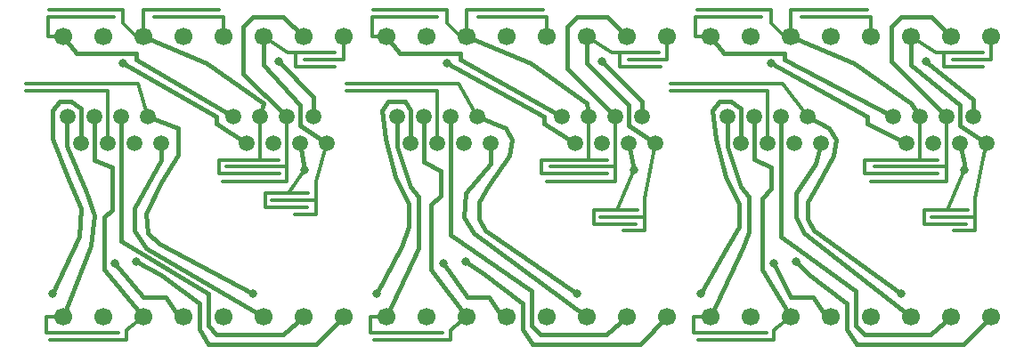
<source format=gtl>
G04 DipTrace 3.3.1.3*
G04 patch_panel_RG-45_5e_cat_24-port_Top.gtl*
%MOMM*%
G04 #@! TF.FileFunction,Copper,L1,Top*
G04 #@! TF.Part,Single*
G04 #@! TA.AperFunction,Conductor*
%ADD13C,0.3*%
%ADD14C,0.4*%
G04 #@! TA.AperFunction,ComponentPad*
%ADD15C,1.7*%
%ADD16C,1.5*%
G04 #@! TA.AperFunction,ViaPad*
%ADD17C,0.8*%
%FSLAX35Y35*%
G04*
G71*
G90*
G75*
G01*
G04 Top*
%LPD*%
X8588373Y2286000D2*
D13*
Y1874377D1*
X8069300D1*
Y1744000D1*
X8763003D1*
X8588373Y1874377D2*
X8763003D1*
X8588373Y2286000D2*
D14*
X8509000Y2413000D1*
X7969250Y2794000D1*
X7366000Y3048000D1*
D13*
Y3306747D1*
X8089353D1*
X6472933Y3305263D2*
X7175190D1*
Y3175310D1*
X7302500Y3048000D1*
X7366000D1*
X8125017Y1672000D2*
X8842373D1*
Y1809750D1*
Y2286000D1*
X8159750Y1809750D2*
X8842373D1*
Y2286000D2*
D14*
X8318500Y2809873D1*
Y3143250D1*
X8413750Y3238500D1*
X8699500D1*
X8890000Y3048000D1*
X8904897Y2826940D2*
D13*
X9271000D1*
Y3048000D1*
X9191627Y2763393D2*
X8816300D1*
Y2893203D1*
X9191647D1*
X8509000Y3048000D2*
X8741197Y2893203D1*
X8816300D1*
X8509000Y3048000D2*
D14*
Y2778127D1*
X8969373Y2397127D1*
Y2206627D1*
X9032873Y2159000D1*
X9223373Y2032000D1*
X8915160Y1200880D2*
D13*
X9119523D1*
Y1329840D1*
Y1511583D1*
X9207500Y1968500D1*
X9223373Y2032000D1*
X9119523Y1329840D2*
X8698783D1*
X8128000Y3048000D2*
Y3235700D1*
X7468557D1*
X8651873Y2809873D2*
D14*
X8667747Y2794000D1*
X9096373Y2444750D1*
Y2286000D1*
X7143750Y2032000D2*
D13*
Y2536863D1*
X6220553D1*
X9271000Y381000D2*
D14*
X9008993Y118993D1*
X7989160D1*
X7899460Y259953D1*
Y510253D1*
X7540627Y777873D1*
X7413627Y904873D1*
X5445123Y2286000D2*
D13*
Y1874377D1*
X4989550D1*
Y1744000D1*
X5619753D1*
X5445123Y1874377D2*
X5619753D1*
X5445123Y2286000D2*
D14*
X5429250Y2413000D1*
X4889500Y2794000D1*
X4286250Y3048000D1*
D13*
Y3306747D1*
X5009603D1*
X3393183Y3305263D2*
X4095440D1*
Y3175310D1*
X4222750Y3048000D1*
X4286250D1*
X9033813Y1266890D2*
X8636000D1*
Y1397000D1*
X8858250D1*
X9017000Y1778000D1*
D14*
Y1841500D1*
X8969373Y2032000D1*
X8858250Y1397000D2*
D13*
X9048750D1*
X6604000Y3048000D2*
X6460863D1*
Y3236620D1*
X7085163D1*
X6604000Y3048000D2*
D14*
X6731000Y2889250D1*
X7302500D1*
Y2825750D1*
X8334373Y2286000D1*
X8461373Y2032000D2*
X8096250Y2222500D1*
Y2286000D1*
X7175500Y2794000D1*
X6222993Y2603500D2*
D13*
X7287967D1*
X7524750Y2286000D1*
D14*
X7731127Y2174873D1*
X7794627Y2063750D1*
X7769013Y1914230D1*
X7620000Y1635127D1*
X7524750Y1476373D1*
Y1317627D1*
X7588250Y1206500D1*
X8413750Y603250D1*
X7651750Y2032000D2*
X7604127Y1841500D1*
X7413623Y1555750D1*
X7413627Y1333500D1*
X7493000Y1174750D1*
X8509000Y381000D1*
X8890000D2*
X8694727Y215770D1*
X8064737D1*
X7983260Y297247D1*
Y627550D1*
X7270750Y1143000D1*
Y2286000D1*
X5045267Y1672000D2*
D13*
X5699123D1*
Y1809750D1*
Y2286000D1*
X5080000Y1809750D2*
X5699123D1*
Y2286000D2*
D14*
X5238750Y2746373D1*
Y3143250D1*
X5334000Y3238500D1*
X5619750D1*
X5810250Y3048000D1*
X7747000Y381000D2*
X7703267D1*
X7576267Y570887D1*
X7366347D1*
X7207250Y889000D1*
X6604000Y381000D2*
D13*
X6445250D1*
Y228307D1*
X7133530D1*
X6762750Y2286000D2*
D14*
Y2000250D1*
X6889750Y1619250D1*
X6969127Y1524000D1*
X6969123Y1190623D1*
X6905627Y1031873D1*
X6604000Y381000D1*
X6480037Y161060D2*
D13*
X7207250D1*
Y254000D1*
X7366000Y381000D1*
X7016750Y2286000D2*
D14*
Y1884297D1*
X7179053Y1804630D1*
Y1598253D1*
X7089937Y1509137D1*
Y828780D1*
X7366000Y381000D1*
X6889750Y2032000D2*
Y2365377D1*
X6794500Y2428877D1*
X6683377D1*
X6619873Y2349500D1*
X6651627Y2079627D1*
X6746873Y1714500D1*
X6873873Y1460500D1*
Y1238250D1*
X6762750Y1047750D1*
X6508750Y603250D1*
X5825147Y2826940D2*
D13*
X6191250D1*
Y3048000D1*
X6127753Y2763393D2*
X5736550D1*
Y2893203D1*
X6111897D1*
X5429250Y3048000D2*
X5661447Y2893203D1*
X5736550D1*
X5429250Y3048000D2*
D14*
Y2794000D1*
X5826123Y2397127D1*
Y2206627D1*
X6080123Y2032000D1*
X5771910Y1200880D2*
D13*
X5976273D1*
Y1329840D1*
Y1511583D1*
X6080123Y2032000D1*
X5976273Y1329840D2*
X5555533D1*
X5048250Y3048000D2*
Y3235700D1*
X4388807D1*
X5572123Y2809873D2*
D14*
X5953123Y2428873D1*
Y2286000D1*
X4000500Y2032000D2*
D13*
Y2536863D1*
X3140803D1*
X6191250Y381000D2*
D14*
X5929243Y118993D1*
X4909410D1*
X4819710Y259953D1*
Y510253D1*
X4460877Y777873D1*
X4270377Y904873D1*
X5890563Y1266890D2*
D13*
X5492750D1*
Y1397000D1*
X5715000D1*
X5873750Y1778000D1*
D14*
X5826123Y2032000D1*
X5715000Y1397000D2*
D13*
X5905500D1*
X3524250Y3048000D2*
X3381113D1*
Y3236620D1*
X4005413D1*
X3524250Y3048000D2*
D14*
X3651250Y2889250D1*
X4222750D1*
Y2825750D1*
X5191123Y2286000D1*
X5318123Y2032000D2*
X5016500Y2222500D1*
Y2286000D1*
X4095750Y2794000D1*
X3143243Y2603500D2*
D13*
X4208217D1*
X4381500Y2286000D1*
D14*
X4651377Y2174873D1*
X4714877Y2063750D1*
X4689263Y1914230D1*
X4492627Y1635127D1*
X4397377Y1476373D1*
Y1317627D1*
X4460877Y1206500D1*
X5334000Y603250D1*
X4508500Y2032000D2*
Y1841500D1*
X4270373Y1555750D1*
X4254503Y1333500D1*
X4349750Y1174750D1*
X5429250Y381000D1*
X5810250D2*
X5614977Y215770D1*
X4984987D1*
X4903510Y297247D1*
Y627550D1*
X4127500Y1158877D1*
Y2286000D1*
X4667250Y381000D2*
X4623517D1*
X4496517Y570887D1*
X4286597D1*
X4064000Y889000D1*
X3524250Y381000D2*
D13*
X3365500D1*
Y228307D1*
X4053780D1*
X3619500Y2286000D2*
D14*
Y2000250D1*
X3746500Y1619250D1*
X3825877Y1524000D1*
X3825873Y1190623D1*
X3825877Y1031873D1*
X3524250Y381000D1*
X3400287Y161060D2*
D13*
X4127500D1*
Y254000D1*
X4286250Y381000D1*
X3873500Y2286000D2*
D14*
Y1857377D1*
X4035803Y1772880D1*
Y1534753D1*
X3946687Y1445637D1*
Y828780D1*
X4286250Y381000D1*
X3746500Y2032000D2*
Y2349500D1*
X3698877Y2428877D1*
X3540127D1*
X3476623Y2349500D1*
X3508377Y2079627D1*
X3603623Y1714500D1*
X3730623Y1460500D1*
Y1238250D1*
X3667127Y1047750D1*
X3429000Y603250D1*
X2316873Y2286000D2*
D13*
Y1874377D1*
X1925677D1*
Y1744000D1*
X2508253D1*
X2316873Y1874377D2*
X2492380D1*
X2316873Y2286000D2*
D14*
X2349500Y2413000D1*
X1809750Y2794000D1*
X1206500Y3048000D1*
D13*
Y3306747D1*
X1929853D1*
X313433Y3305263D2*
X1015690D1*
Y3175310D1*
X1143000Y3048000D1*
X1206500D1*
X1965517Y1672000D2*
X2571750D1*
Y1809750D1*
X2570873D1*
Y2286000D1*
X2000250Y1809750D2*
X2570873D1*
Y2286000D2*
D14*
X2159000Y2697873D1*
Y3143250D1*
X2254250Y3238500D1*
X2540000D1*
X2730500Y3048000D1*
X2745397Y2826940D2*
D13*
X3111500D1*
Y3048000D1*
X3032127Y2763393D2*
X2656800D1*
Y2893203D1*
X3032147D1*
X2349500Y3048000D2*
X2581697Y2893203D1*
X2656800D1*
X2349500Y3048000D2*
D14*
Y2778127D1*
X2698750Y2397127D1*
Y2206627D1*
X2951873Y2032000D1*
X2644537Y1359630D2*
D13*
X2848900D1*
Y1488590D1*
Y1670333D1*
X2951873Y2032000D1*
X2848900Y1488590D2*
X2428157D1*
X1968500Y3048000D2*
Y3235700D1*
X1309057D1*
X2492373Y2809873D2*
D14*
X2824873Y2477373D1*
Y2286000D1*
X872250Y2032000D2*
D13*
Y2536863D1*
X92803D1*
X3111500Y381000D2*
D14*
X2849493Y118993D1*
X1829660D1*
X1739960Y259953D1*
Y510253D1*
X1381127Y777873D1*
X1142127Y904873D1*
X2763187Y1425640D2*
D13*
X2365373D1*
Y1555750D1*
X2587623D1*
X2745500Y1778000D1*
D14*
X2697873Y2032000D1*
X2587623Y1555750D2*
D13*
X2778127D1*
X444500Y3048000D2*
X301363D1*
Y3236620D1*
X925663D1*
X444500Y3048000D2*
D14*
X571500Y2889250D1*
X1143000D1*
Y2825750D1*
X2062873Y2286000D1*
X2189873Y2032000D2*
X1905000Y2222500D1*
Y2286000D1*
X1016000Y2794000D1*
X95243Y2603500D2*
D13*
X1160217D1*
X1253250Y2286000D1*
D14*
X1539873Y2174873D1*
Y1920873D1*
X1378337Y1663963D1*
X1233180Y1365763D1*
X1254123Y1174753D1*
X1365250Y1079500D1*
X2254250Y603250D1*
X1380250Y2032000D2*
Y1871500D1*
X1127127Y1412877D1*
X1127123Y1206500D1*
X1238250Y1031873D1*
X2349500Y381000D1*
X2730500D2*
X2535227Y215770D1*
X1905237D1*
X1823760Y297247D1*
Y606220D1*
X999250Y1106327D1*
Y2286000D1*
X1587500Y381000D2*
X1543767D1*
X1416767Y570887D1*
X1206847D1*
X935750Y889000D1*
X444500Y381000D2*
D13*
X285750D1*
Y228307D1*
X974030D1*
X491250Y2286000D2*
D14*
X479693Y2274443D1*
Y2006840D1*
X666750Y1571627D1*
X746127Y1349373D1*
X709580Y1058693D1*
X698500Y1031873D1*
X444500Y381000D1*
X320537Y161060D2*
D13*
X1047750D1*
Y254000D1*
X1206500Y381000D1*
X745250Y2286000D2*
D14*
Y1873470D1*
X908430Y1804630D1*
Y1399777D1*
X835187Y1330137D1*
Y828780D1*
X1206500Y381000D1*
X618250Y2032000D2*
Y2365377D1*
X523877Y2428877D1*
X412753D1*
X349250Y2349500D1*
Y2079627D1*
X492127Y1714500D1*
X619127Y1412877D1*
X603250Y1143000D1*
X523873Y984250D1*
X349250Y603250D1*
D17*
X8651873Y2809873D3*
X9017000Y1778000D3*
X7175500Y2794000D3*
X8413750Y603250D3*
X7413627Y904873D3*
X7207250Y889000D3*
X6508750Y603250D3*
X5572123Y2809873D3*
X5873750Y1778000D3*
X4095750Y2794000D3*
X5334000Y603250D3*
X4270377Y904873D3*
X4064000Y889000D3*
X3429000Y603250D3*
X2492373Y2809873D3*
X2745500Y1778000D3*
X1016000Y2794000D3*
X2254250Y603250D3*
X1142127Y904873D3*
X935750Y889000D3*
X349250Y603250D3*
D15*
X6604000Y3048000D3*
X6985000D3*
X7366000D3*
X7747000D3*
X8128000D3*
X8509000D3*
X8890000D3*
X9271000D3*
Y381000D3*
X8890000D3*
X8509000D3*
X8128000D3*
X7747000D3*
X7366000D3*
X6985000D3*
X6604000D3*
D16*
X9223373Y2032000D3*
X9096373Y2286000D3*
X8969373Y2032000D3*
X8842373Y2286000D3*
X8715373Y2032000D3*
X8588373Y2286000D3*
X8461373Y2032000D3*
X8334373Y2286000D3*
X7651750Y2032000D3*
X7524750Y2286000D3*
X7397750Y2032000D3*
X7270750Y2286000D3*
X7143750Y2032000D3*
X7016750Y2286000D3*
X6889750Y2032000D3*
X6762750Y2286000D3*
D15*
X3524250Y3048000D3*
X3905250D3*
X4286250D3*
X4667250D3*
X5048250D3*
X5429250D3*
X5810250D3*
X6191250D3*
Y381000D3*
X5810250D3*
X5429250D3*
X5048250D3*
X4667250D3*
X4286250D3*
X3905250D3*
X3524250D3*
D16*
X6080123Y2032000D3*
X5953123Y2286000D3*
X5826123Y2032000D3*
X5699123Y2286000D3*
X5572123Y2032000D3*
X5445123Y2286000D3*
X5318123Y2032000D3*
X5191123Y2286000D3*
X4508500Y2032000D3*
X4381500Y2286000D3*
X4254500Y2032000D3*
X4127500Y2286000D3*
X4000500Y2032000D3*
X3873500Y2286000D3*
X3746500Y2032000D3*
X3619500Y2286000D3*
D15*
X444500Y3048000D3*
X825500D3*
X1206500D3*
X1587500D3*
X1968500D3*
X2349500D3*
X2730500D3*
X3111500D3*
Y381000D3*
X2730500D3*
X2349500D3*
X1968500D3*
X1587500D3*
X1206500D3*
X825500D3*
X444500D3*
D16*
X2951873Y2032000D3*
X2824873Y2286000D3*
X2697873Y2032000D3*
X2570873Y2286000D3*
X2443873Y2032000D3*
X2316873Y2286000D3*
X2189873Y2032000D3*
X2062873Y2286000D3*
X1380250Y2032000D3*
X1253250Y2286000D3*
X1126250Y2032000D3*
X999250Y2286000D3*
X872250Y2032000D3*
X745250Y2286000D3*
X618250Y2032000D3*
X491250Y2286000D3*
M02*

</source>
